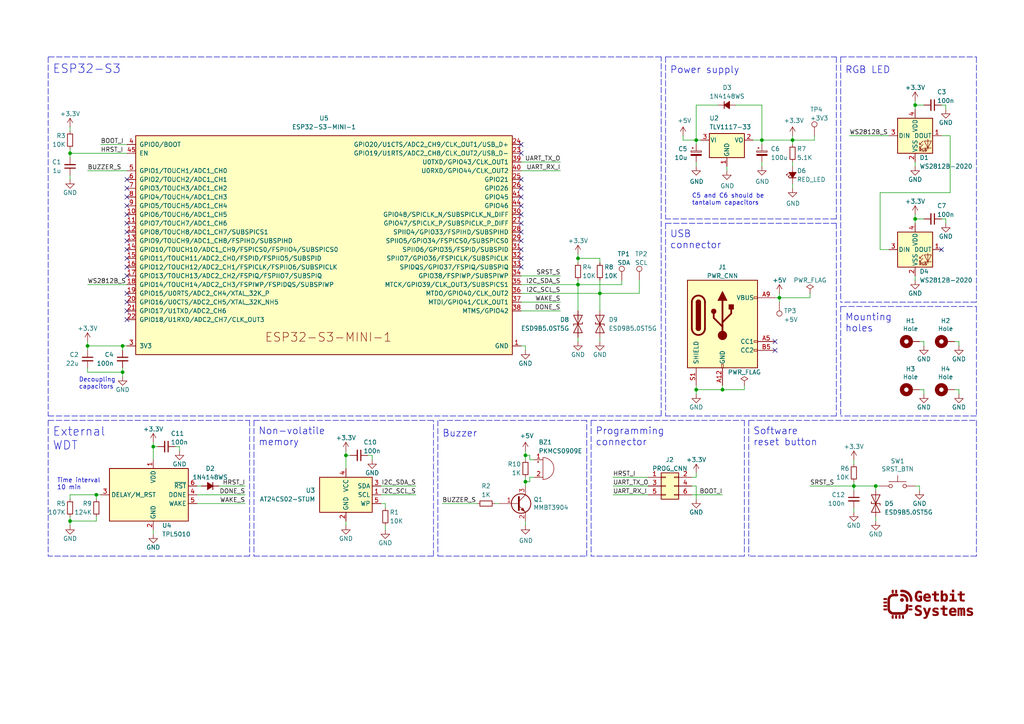
<source format=kicad_sch>
(kicad_sch (version 20211123) (generator eeschema)
  (paper "A4")
  (title_block (title "NearFi") (date "2023-06-11") (rev "D") (comment 2 "License: MIT license") (comment 3 "email: getbitsystems@gmail.com") (comment 4 "Designer: Mauricio Barroso Benavides"))
  (junction (at 152.4 139.7))
  (junction (at 44.45 129.54))
  (junction (at 152.4 132.08))
  (junction (at 229.87 40.64))
  (junction (at 209.55 113.03))
  (junction (at 201.93 40.64))
  (junction (at 201.93 113.03))
  (junction (at 20.32 151.13))
  (junction (at 167.64 74.93))
  (junction (at 226.06 86.36))
  (junction (at 167.64 82.55))
  (junction (at 247.65 140.97))
  (junction (at 35.56 107.95))
  (junction (at 265.43 30.48))
  (junction (at 25.4 100.33))
  (junction (at 100.33 132.08))
  (junction (at 20.32 44.45))
  (junction (at 35.56 100.33))
  (junction (at 173.99 85.09))
  (junction (at 27.94 143.51))
  (junction (at 220.98 40.64))
  (junction (at 254 140.97))
  (junction (at 265.43 63.5))
  (no_connect (at 36.83 64.77))
  (no_connect (at 36.83 62.23))
  (no_connect (at 36.83 52.07))
  (no_connect (at 151.13 69.85))
  (no_connect (at 36.83 67.31))
  (no_connect (at 151.13 62.23))
  (no_connect (at 224.79 99.06))
  (no_connect (at 36.83 54.61))
  (no_connect (at 151.13 77.47))
  (no_connect (at 151.13 64.77))
  (no_connect (at 36.83 80.01))
  (no_connect (at 151.13 57.15))
  (no_connect (at 36.83 77.47))
  (no_connect (at 151.13 41.91))
  (no_connect (at 36.83 57.15))
  (no_connect (at 36.83 69.85))
  (no_connect (at 273.05 72.39))
  (no_connect (at 36.83 72.39))
  (no_connect (at 36.83 90.17))
  (no_connect (at 36.83 74.93))
  (no_connect (at 224.79 101.6))
  (no_connect (at 36.83 85.09))
  (no_connect (at 151.13 54.61))
  (no_connect (at 151.13 52.07))
  (no_connect (at 151.13 74.93))
  (no_connect (at 36.83 87.63))
  (no_connect (at 36.83 59.69))
  (no_connect (at 151.13 44.45))
  (no_connect (at 151.13 59.69))
  (no_connect (at 151.13 67.31))
  (no_connect (at 36.83 92.71))
  (no_connect (at 151.13 72.39))
  (polyline (pts (xy 283.21 120.65) (xy 243.84 120.65)))
  (polyline (pts (xy 217.17 121.92) (xy 217.17 161.29)))
  (wire (pts (xy 229.87 53.34) (xy 229.87 54.61)))
  (wire (pts (xy 151.13 80.01) (xy 162.56 80.01)))
  (wire (pts (xy 151.13 85.09) (xy 173.99 85.09)))
  (wire (pts (xy 229.87 46.99) (xy 229.87 48.26)))
  (wire (pts (xy 25.4 107.95) (xy 25.4 106.68)))
  (wire (pts (xy 278.13 113.03) (xy 276.86 113.03)))
  (wire (pts (xy 153.67 138.43) (xy 153.67 139.7)))
  (wire (pts (xy 236.22 39.37) (xy 236.22 40.64)))
  (wire (pts (xy 106.68 132.08) (xy 107.95 132.08)))
  (wire (pts (xy 247.65 139.7) (xy 247.65 140.97)))
  (polyline (pts (xy 127 161.29) (xy 170.18 161.29)) (stroke (width 0) (type dash)))
  (wire (pts (xy 25.4 82.55) (xy 36.83 82.55)))
  (wire (pts (xy 173.99 74.93) (xy 173.99 76.2)))
  (wire (pts (xy 44.45 129.54) (xy 45.72 129.54)))
  (polyline (pts (xy 73.66 161.29) (xy 125.73 161.29)))
  (polyline (pts (xy 242.57 63.5) (xy 193.04 63.5)))
  (polyline (pts (xy 217.17 121.92) (xy 283.21 121.92)))
  (wire (pts (xy 236.22 40.64) (xy 229.87 40.64)))
  (wire (pts (xy 25.4 100.33) (xy 35.56 100.33)))
  (wire (pts (xy 265.43 30.48) (xy 267.97 30.48)))
  (wire (pts (xy 247.65 140.97) (xy 254 140.97)))
  (wire (pts (xy 151.13 49.53) (xy 162.56 49.53)))
  (wire (pts (xy 201.93 138.43) (xy 200.66 138.43)))
  (wire (pts (xy 255.27 55.88) (xy 275.59 55.88)))
  (wire (pts (xy 27.94 151.13) (xy 20.32 151.13)))
  (wire (pts (xy 200.66 140.97) (xy 201.93 140.97)))
  (wire (pts (xy 265.43 63.5) (xy 265.43 64.77)))
  (wire (pts (xy 185.42 81.28) (xy 185.42 85.09)))
  (wire (pts (xy 20.32 44.45) (xy 36.83 44.45)))
  (polyline (pts (xy 171.45 121.92) (xy 171.45 161.29)))
  (polyline (pts (xy 193.04 64.77) (xy 193.04 120.65)))
  (wire (pts (xy 27.94 143.51) (xy 27.94 144.78)))
  (polyline (pts (xy 170.18 161.29) (xy 170.18 121.92)))
  (wire (pts (xy 44.45 128.27) (xy 44.45 129.54)))
  (wire (pts (xy 265.43 48.26) (xy 265.43 46.99)))
  (wire (pts (xy 35.56 107.95) (xy 35.56 109.22)))
  (wire (pts (xy 167.64 74.93) (xy 173.99 74.93)))
  (polyline (pts (xy 191.77 120.65) (xy 191.77 16.51)))
  (wire (pts (xy 266.7 140.97) (xy 266.7 142.24)))
  (wire (pts (xy 153.67 132.08) (xy 152.4 132.08)))
  (polyline (pts (xy 215.9 161.29) (xy 171.45 161.29)))
  (wire (pts (xy 107.95 132.08) (xy 107.95 133.35)))
  (polyline (pts (xy 242.57 64.77) (xy 242.57 120.65)))
  (wire (pts (xy 226.06 85.09) (xy 226.06 86.36)))
  (wire (pts (xy 220.98 40.64) (xy 220.98 41.91)))
  (wire (pts (xy 213.36 30.48) (xy 220.98 30.48)))
  (polyline (pts (xy 243.84 16.51) (xy 243.84 87.63)))
  (wire (pts (xy 152.4 139.7) (xy 152.4 140.97)))
  (polyline (pts (xy 191.77 16.51) (xy 13.97 16.51)))
  (wire (pts (xy 201.93 140.97) (xy 201.93 144.78)))
  (wire (pts (xy 167.64 73.66) (xy 167.64 74.93)))
  (wire (pts (xy 152.4 152.4) (xy 152.4 151.13)))
  (wire (pts (xy 254 140.97) (xy 254 142.24)))
  (wire (pts (xy 152.4 130.81) (xy 152.4 132.08)))
  (wire (pts (xy 208.28 30.48) (xy 201.93 30.48)))
  (polyline (pts (xy 283.21 121.92) (xy 283.21 161.29)))
  (wire (pts (xy 201.93 48.26) (xy 201.93 46.99)))
  (polyline (pts (xy 243.84 88.9) (xy 243.84 120.65)))
  (wire (pts (xy 226.06 86.36) (xy 234.95 86.36)))
  (wire (pts (xy 20.32 143.51) (xy 27.94 143.51)))
  (wire (pts (xy 201.93 40.64) (xy 203.2 40.64)))
  (wire (pts (xy 247.65 147.32) (xy 247.65 148.59)))
  (polyline (pts (xy 13.97 121.92) (xy 72.39 121.92)))
  (wire (pts (xy 209.55 111.76) (xy 209.55 113.03)))
  (wire (pts (xy 173.99 97.79) (xy 173.99 99.06)))
  (wire (pts (xy 185.42 85.09) (xy 173.99 85.09)))
  (wire (pts (xy 152.4 100.33) (xy 152.4 101.6)))
  (wire (pts (xy 278.13 99.06) (xy 278.13 100.33)))
  (wire (pts (xy 220.98 40.64) (xy 229.87 40.64)))
  (wire (pts (xy 220.98 48.26) (xy 220.98 46.99)))
  (wire (pts (xy 20.32 44.45) (xy 20.32 45.72)))
  (wire (pts (xy 257.81 72.39) (xy 255.27 72.39)))
  (wire (pts (xy 254 140.97) (xy 255.27 140.97)))
  (wire (pts (xy 226.06 86.36) (xy 226.06 87.63)))
  (wire (pts (xy 52.07 129.54) (xy 52.07 130.81)))
  (wire (pts (xy 229.87 40.64) (xy 229.87 41.91)))
  (wire (pts (xy 154.94 133.35) (xy 153.67 133.35)))
  (wire (pts (xy 226.06 86.36) (xy 224.79 86.36)))
  (wire (pts (xy 167.64 76.2) (xy 167.64 74.93)))
  (polyline (pts (xy 73.66 121.92) (xy 73.66 161.29)))
  (wire (pts (xy 209.55 113.03) (xy 215.9 113.03)))
  (wire (pts (xy 100.33 130.81) (xy 100.33 132.08)))
  (wire (pts (xy 57.15 143.51) (xy 71.12 143.51)))
  (wire (pts (xy 151.13 82.55) (xy 167.64 82.55)))
  (wire (pts (xy 234.95 86.36) (xy 234.95 85.09)))
  (wire (pts (xy 267.97 113.03) (xy 267.97 114.3)))
  (polyline (pts (xy 215.9 121.92) (xy 215.9 161.29)))
  (wire (pts (xy 278.13 114.3) (xy 278.13 113.03)))
  (wire (pts (xy 50.8 129.54) (xy 52.07 129.54)))
  (wire (pts (xy 35.56 106.68) (xy 35.56 107.95)))
  (wire (pts (xy 177.8 140.97) (xy 187.96 140.97)))
  (polyline (pts (xy 125.73 161.29) (xy 125.73 121.92)))
  (wire (pts (xy 154.94 138.43) (xy 153.67 138.43)))
  (wire (pts (xy 267.97 99.06) (xy 267.97 100.33)))
  (wire (pts (xy 201.93 30.48) (xy 201.93 40.64)))
  (wire (pts (xy 63.5 140.97) (xy 71.12 140.97)))
  (wire (pts (xy 265.43 63.5) (xy 267.97 63.5)))
  (wire (pts (xy 44.45 129.54) (xy 44.45 133.35)))
  (polyline (pts (xy 171.45 121.92) (xy 215.9 121.92)))
  (wire (pts (xy 177.8 138.43) (xy 187.96 138.43)))
  (wire (pts (xy 266.7 140.97) (xy 265.43 140.97)))
  (wire (pts (xy 201.93 40.64) (xy 198.12 40.64)))
  (polyline (pts (xy 13.97 16.51) (xy 13.97 120.65)))
  (wire (pts (xy 201.93 40.64) (xy 201.93 41.91)))
  (wire (pts (xy 27.94 143.51) (xy 29.21 143.51)))
  (polyline (pts (xy 283.21 88.9) (xy 283.21 120.65)))
  (wire (pts (xy 20.32 144.78) (xy 20.32 143.51)))
  (polyline (pts (xy 193.04 16.51) (xy 193.04 63.5)))
  (wire (pts (xy 200.66 143.51) (xy 209.55 143.51)))
  (wire (pts (xy 275.59 55.88) (xy 275.59 39.37)))
  (wire (pts (xy 173.99 85.09) (xy 173.99 90.17)))
  (polyline (pts (xy 13.97 121.92) (xy 13.97 161.29)))
  (wire (pts (xy 201.93 113.03) (xy 201.93 114.3)))
  (wire (pts (xy 20.32 149.86) (xy 20.32 151.13)))
  (wire (pts (xy 215.9 111.76) (xy 215.9 113.03)))
  (wire (pts (xy 201.93 137.16) (xy 201.93 138.43)))
  (wire (pts (xy 20.32 151.13) (xy 20.32 152.4)))
  (wire (pts (xy 266.7 113.03) (xy 267.97 113.03)))
  (polyline (pts (xy 283.21 16.51) (xy 283.21 87.63)))
  (wire (pts (xy 100.33 132.08) (xy 101.6 132.08)))
  (wire (pts (xy 57.15 140.97) (xy 58.42 140.97)))
  (wire (pts (xy 110.49 143.51) (xy 120.65 143.51)))
  (wire (pts (xy 273.05 30.48) (xy 274.32 30.48)))
  (wire (pts (xy 246.38 39.37) (xy 257.81 39.37)))
  (wire (pts (xy 25.4 101.6) (xy 25.4 100.33)))
  (wire (pts (xy 254 149.86) (xy 254 151.13)))
  (polyline (pts (xy 170.18 121.92) (xy 127 121.92)))
  (wire (pts (xy 100.33 151.13) (xy 100.33 152.4)))
  (wire (pts (xy 111.76 146.05) (xy 111.76 147.32)))
  (wire (pts (xy 20.32 43.18) (xy 20.32 44.45)))
  (wire (pts (xy 143.51 146.05) (xy 144.78 146.05)))
  (wire (pts (xy 218.44 40.64) (xy 220.98 40.64)))
  (wire (pts (xy 100.33 132.08) (xy 100.33 135.89)))
  (wire (pts (xy 275.59 39.37) (xy 273.05 39.37)))
  (wire (pts (xy 20.32 36.83) (xy 20.32 38.1)))
  (polyline (pts (xy 193.04 16.51) (xy 242.57 16.51)))
  (polyline (pts (xy 73.66 121.92) (xy 125.73 121.92)))
  (wire (pts (xy 167.64 97.79) (xy 167.64 99.06)))
  (polyline (pts (xy 243.84 88.9) (xy 283.21 88.9)))
  (wire (pts (xy 151.13 87.63) (xy 162.56 87.63)))
  (wire (pts (xy 247.65 133.35) (xy 247.65 134.62)))
  (wire (pts (xy 229.87 40.64) (xy 229.87 39.37)))
  (wire (pts (xy 36.83 41.91) (xy 29.21 41.91)))
  (wire (pts (xy 265.43 30.48) (xy 265.43 31.75)))
  (wire (pts (xy 152.4 132.08) (xy 152.4 133.35)))
  (wire (pts (xy 35.56 100.33) (xy 36.83 100.33)))
  (wire (pts (xy 167.64 81.28) (xy 167.64 82.55)))
  (polyline (pts (xy 127 121.92) (xy 127 161.29)) (stroke (width 0) (type dash)))
  (wire (pts (xy 167.64 82.55) (xy 167.64 90.17)))
  (wire (pts (xy 152.4 138.43) (xy 152.4 139.7)))
  (polyline (pts (xy 242.57 120.65) (xy 193.04 120.65)))
  (wire (pts (xy 180.34 81.28) (xy 180.34 82.55)))
  (polyline (pts (xy 283.21 161.29) (xy 217.17 161.29)))
  (wire (pts (xy 180.34 82.55) (xy 167.64 82.55)))
  (wire (pts (xy 220.98 30.48) (xy 220.98 40.64)))
  (wire (pts (xy 276.86 99.06) (xy 278.13 99.06)))
  (wire (pts (xy 201.93 113.03) (xy 209.55 113.03)))
  (polyline (pts (xy 193.04 64.77) (xy 242.57 64.77)))
  (wire (pts (xy 234.95 140.97) (xy 247.65 140.97)))
  (wire (pts (xy 153.67 133.35) (xy 153.67 132.08)))
  (wire (pts (xy 110.49 140.97) (xy 120.65 140.97)))
  (wire (pts (xy 110.49 146.05) (xy 111.76 146.05)))
  (wire (pts (xy 111.76 152.4) (xy 111.76 153.67)))
  (polyline (pts (xy 283.21 87.63) (xy 243.84 87.63)))
  (wire (pts (xy 44.45 153.67) (xy 44.45 154.94)))
  (wire (pts (xy 266.7 99.06) (xy 267.97 99.06)))
  (polyline (pts (xy 13.97 120.65) (xy 191.77 120.65)))
  (wire (pts (xy 274.32 30.48) (xy 274.32 31.75)))
  (wire (pts (xy 153.67 139.7) (xy 152.4 139.7)))
  (wire (pts (xy 25.4 107.95) (xy 35.56 107.95)))
  (wire (pts (xy 210.82 49.53) (xy 210.82 48.26)))
  (wire (pts (xy 198.12 40.64) (xy 198.12 39.37)))
  (wire (pts (xy 265.43 29.21) (xy 265.43 30.48)))
  (wire (pts (xy 265.43 62.23) (xy 265.43 63.5)))
  (wire (pts (xy 151.13 46.99) (xy 162.56 46.99)))
  (wire (pts (xy 274.32 63.5) (xy 274.32 64.77)))
  (wire (pts (xy 265.43 81.28) (xy 265.43 80.01)))
  (polyline (pts (xy 72.39 121.92) (xy 72.39 161.29)))
  (polyline (pts (xy 243.84 16.51) (xy 283.21 16.51)))
  (wire (pts (xy 35.56 101.6) (xy 35.56 100.33)))
  (wire (pts (xy 273.05 63.5) (xy 274.32 63.5)))
  (wire (pts (xy 201.93 111.76) (xy 201.93 113.03)))
  (wire (pts (xy 247.65 140.97) (xy 247.65 142.24)))
  (wire (pts (xy 151.13 90.17) (xy 162.56 90.17)))
  (polyline (pts (xy 72.39 161.29) (xy 13.97 161.29)))
  (wire (pts (xy 173.99 81.28) (xy 173.99 85.09)))
  (wire (pts (xy 255.27 72.39) (xy 255.27 55.88)))
  (wire (pts (xy 57.15 146.05) (xy 71.12 146.05)))
  (wire (pts (xy 20.32 52.07) (xy 20.32 50.8)))
  (wire (pts (xy 151.13 100.33) (xy 152.4 100.33)))
  (wire (pts (xy 177.8 143.51) (xy 187.96 143.51)))
  (wire (pts (xy 25.4 99.06) (xy 25.4 100.33)))
  (wire (pts (xy 128.27 146.05) (xy 138.43 146.05)))
  (wire (pts (xy 27.94 149.86) (xy 27.94 151.13)))
  (wire (pts (xy 25.4 49.53) (xy 36.83 49.53)))
  (polyline (pts (xy 242.57 16.51) (xy 242.57 63.5)))
  (text "Buzzer\n" (at 128.27 127 0) (effects (font (size 2 2)) (justify left bottom)))
  (text "Decoupling\ncapacitors" (at 22.86 113.03 0) (effects (font (size 1.27 1.27)) (justify left bottom)))
  (text "ESP32-S3" (at 15.24 21.59 0) (effects (font (size 2.4892 2.4892)) (justify left bottom)))
  (text "RGB LED" (at 245.11 21.59 0) (effects (font (size 2 2)) (justify left bottom)))
  (text "Programming\nconnector" (at 172.72 129.54 0) (effects (font (size 2 2)) (justify left bottom)))
  (text "USB\nconnector" (at 194.31 72.39 0) (effects (font (size 2 2)) (justify left bottom)))
  (text "Non-volatile\nmemory" (at 74.93 129.54 0) (effects (font (size 2 2)) (justify left bottom)))
  (text "C5 and C6 should be\ntantalum capacitors" (at 200.66 59.69 0) (effects (font (size 1.27 1.27)) (justify left bottom)))
  (text "Mounting\nholes" (at 245.11 96.52 0) (effects (font (size 2 2)) (justify left bottom)))
  (text "Software\nreset button" (at 218.44 129.54 0) (effects (font (size 2 2)) (justify left bottom)))
  (text "Time interval\n10 min" (at 16.51 142.24 0) (effects (font (size 1.27 1.27)) (justify left bottom)))
  (text "External\nWDT" (at 15.24 130.81 0) (effects (font (size 2.4892 2.4892)) (justify left bottom)))
  (text "Power supply" (at 194.31 21.59 0) (effects (font (size 2 2)) (justify left bottom)))
  (label "WS2812B_S" (at 25.4 82.55 0))
  (label "UART_TX_O" (at 162.56 46.99 180))
  (label "I2C_SCL_S" (at 162.56 85.09 180))
  (label "I2C_SCL_S" (at 120.65 143.51 180))
  (label "WS2812B_S" (at 246.38 39.37 0))
  (label "WAKE_S" (at 162.56 87.63 180))
  (label "BOOT_I" (at 209.55 143.51 180))
  (label "DONE_S" (at 162.56 90.17 180))
  (label "UART_RX_I" (at 162.56 49.53 180))
  (label "BUZZER_S" (at 25.4 49.53 0))
  (label "HRST_I" (at 177.8 138.43 0))
  (label "I2C_SDA_S" (at 162.56 82.55 180))
  (label "WAKE_S" (at 71.12 146.05 180))
  (label "UART_RX_I" (at 177.8 143.51 0))
  (label "BUZZER_S" (at 128.27 146.05 0))
  (label "HRST_I" (at 29.21 44.45 0))
  (label "BOOT_I" (at 29.21 41.91 0))
  (label "DONE_S" (at 71.12 143.51 180))
  (label "SRST_S" (at 162.56 80.01 180))
  (label "UART_TX_O" (at 177.8 140.97 0))
  (label "I2C_SDA_S" (at 120.65 140.97 180))
  (label "SRST_S" (at 234.95 140.97 0))
  (label "HRST_I" (at 71.12 140.97 180))
  (symbol (lib_id "power:GND") (at 210.82 49.53 0) (unit 1)
    (property "Reference" "#PWR020" (effects hide))
    (property "Value" "GND" (at 210.947 53.9242 0))
  )
  (symbol (lib_id "power:GND") (at 201.93 48.26 0) (unit 1)
    (property "Reference" "#PWR018" (effects hide))
    (property "Value" "GND" (at 202.057 52.6542 0))
  )
  (symbol (lib_id "power:GND") (at 220.98 48.26 0) (unit 1)
    (property "Reference" "#PWR021" (effects hide))
    (property "Value" "GND" (at 221.107 52.6542 0))
  )
  (symbol (lib_id "power:+5V") (at 198.12 39.37 0) (unit 1)
    (property "Reference" "#PWR017" (effects hide))
    (property "Value" "+5V" (at 198.501 34.9758 0))
  )
  (symbol (lib_id "power:+3.3V") (at 229.87 39.37 0) (unit 1)
    (property "Reference" "#PWR024" (effects hide))
    (property "Value" "+3.3V" (at 230.251 34.9758 0))
  )
  (symbol (lib_id "power:+3.3V") (at 265.43 29.21 0) (unit 1)
    (property "Reference" "#PWR01" (effects hide))
    (property "Value" "+3.3V" (at 265.43 25.4 0))
  )
  (symbol (lib_id "Switch:SW_Push") (at 260.35 140.97 0) (mirror y) (unit 1)
    (property "Reference" "SW1" (at 260.35 133.731 0))
    (property "Value" "SRST_BTN" (at 260.35 136.0424 0))
    (property "Footprint" "Button_Switch_THT:SW_Tactile_SPST_Angled_PTS645Vx39-2LFS" (effects hide))
    (property "Datasheet" "https://datasheet.lcsc.com/lcsc/2108142030_HCTL-TC-6615-5-260G_C2845270.pdf" (effects hide))
    (property "LCSC" "C2845270" (effects hide))
    (property "Check" "y" (effects hide))
  )
  (symbol (lib_id "Mechanical:MountingHole_Pad") (at 274.32 113.03 90) (unit 1)
    (property "Reference" "H4" (at 274.2438 107.0102 90))
    (property "Value" "Hole" (at 274.2438 109.3216 90))
    (property "Footprint" "MountingHole:MountingHole_3.2mm_M3_Pad_Via" (effects hide))
    (property "Check" "y" (effects hide))
  )
  (symbol (lib_id "Mechanical:MountingHole_Pad") (at 264.16 113.03 90) (unit 1)
    (property "Reference" "H3" (at 264.0838 107.0102 90))
    (property "Value" "Hole" (at 264.0838 109.3216 90))
    (property "Footprint" "MountingHole:MountingHole_3.2mm_M3_Pad_Via" (effects hide))
    (property "Check" "y" (effects hide))
  )
  (symbol (lib_id "Mechanical:MountingHole_Pad") (at 274.32 99.06 90) (unit 1)
    (property "Reference" "H2" (at 274.2438 93.0402 90))
    (property "Value" "Hole" (at 274.2438 95.3516 90))
    (property "Footprint" "MountingHole:MountingHole_3.2mm_M3_Pad_Via" (effects hide))
    (property "Check" "y" (effects hide))
  )
  (symbol (lib_id "Mechanical:MountingHole_Pad") (at 264.16 99.06 90) (unit 1)
    (property "Reference" "H1" (at 264.0838 93.0402 90))
    (property "Value" "Hole" (at 264.0838 95.3516 90))
    (property "Footprint" "MountingHole:MountingHole_3.2mm_M3_Pad_Via" (effects hide))
    (property "Check" "y" (effects hide))
  )
  (symbol (lib_id "power:GND") (at 278.13 114.3 0) (unit 1)
    (property "Reference" "#PWR026" (effects hide))
    (property "Value" "GND" (at 278.13 118.11 0))
  )
  (symbol (lib_id "Regulator_Linear:TLV1117-33") (at 210.82 40.64 0) (unit 1)
    (property "Reference" "U2" (at 205.74 34.29 0) (effects (justify left)))
    (property "Value" "TLV1117-33" (at 205.74 36.83 0) (effects (justify left)))
    (property "Footprint" "Package_TO_SOT_SMD:SOT-223-3_TabPin2" (effects hide))
    (property "Datasheet" "http://www.ti.com/lit/ds/symlink/tlv1117.pdf" (effects hide))
    (property "LCSC" "C37359" (effects hide))
    (property "Check" "y" (effects hide))
  )
  (symbol (lib_id "Transistor_BJT:MMBT3904") (at 149.86 146.05 0) (unit 1)
    (property "Reference" "Q1" (at 154.7114 144.8816 0) (effects (justify left)))
    (property "Value" "MMBT3904" (at 154.7114 147.193 0) (effects (justify left)))
    (property "Footprint" "Package_TO_SOT_SMD:SOT-23" (effects hide))
    (property "Datasheet" "https://datasheet.lcsc.com/lcsc/2207041900_Jiangsu-Changjing-Electronics-Technology-Co---Ltd--MMBT3904_C20526.pdf" (effects hide))
    (property "LCSC" "C20526" (effects hide))
    (property "Check" "y" (effects hide))
  )
  (symbol (lib_id "power:GND") (at 152.4 152.4 0) (unit 1)
    (property "Reference" "#PWR04" (effects hide))
    (property "Value" "GND" (at 152.527 156.7942 0))
  )
  (symbol (lib_id "power:GND") (at 265.43 48.26 0) (unit 1)
    (property "Reference" "#PWR02" (effects hide))
    (property "Value" "GND" (at 265.43 52.07 0))
  )
  (symbol (lib_id "power:GND") (at 229.87 54.61 0) (unit 1)
    (property "Reference" "#PWR025" (effects hide))
    (property "Value" "GND" (at 229.997 59.0042 0))
  )
  (symbol (lib_id "power:GND") (at 266.7 142.24 0) (mirror y) (unit 1)
    (property "Reference" "#PWR023" (effects hide))
    (property "Value" "GND" (at 266.7 146.05 0))
  )
  (symbol (lib_id "Connector_Generic:Conn_02x03_Odd_Even") (at 193.04 140.97 0) (unit 1)
    (property "Reference" "J2" (at 193.04 133.35 0) (effects (justify left)))
    (property "Value" "PROG_CNN" (at 194.31 135.89 0))
    (property "Footprint" "Connector_PinHeader_1.27mm:PinHeader_2x03_P1.27mm_Vertical_SMD" (effects hide))
    (property "Datasheet" "https://datasheet.lcsc.com/lcsc/2207111830_HCTL-PZ127-2-03-S_C3975186.pdf" (effects hide))
    (property "LCSC" "C3975186" (effects hide))
    (property "Check" "y" (effects hide))
  )
  (symbol (lib_id "power:+3.3V") (at 44.45 128.27 0) (unit 1)
    (property "Reference" "#PWR0121" (effects hide))
    (property "Value" "+3.3V" (at 44.45 124.46 0))
  )
  (symbol (lib_id "power:GND") (at 167.64 99.06 0) (unit 1)
    (property "Reference" "#PWR0130" (effects hide))
    (property "Value" "GND" (at 167.64 102.87 0))
  )
  (symbol (lib_id "power:GND") (at 274.32 64.77 0) (unit 1)
    (property "Reference" "#PWR0128" (effects hide))
    (property "Value" "GND" (at 274.32 68.58 0))
  )
  (symbol (lib_id "Diode:ESD9B5.0ST5G") (at 254 146.05 270) (unit 1)
    (property "Reference" "D5" (at 256.54 146.05 90) (effects (justify left)))
    (property "Value" "ESD9B5.0ST5G" (at 256.54 148.59 90) (effects (justify left)))
    (property "Footprint" "Diode_SMD:D_SOD-923" (effects hide))
    (property "Datasheet" "https://www.onsemi.com/pub/Collateral/ESD9B-D.PDF" (effects hide))
    (property "Check" "y" (effects hide))
    (property "LCSC" "C111566" (effects hide))
  )
  (symbol (lib_id "Device:C_Small") (at 25.4 104.14 0) (mirror y) (unit 1)
    (property "Reference" "C2" (at 22.86 102.87 0) (effects (justify left)))
    (property "Value" "22u" (at 22.86 105.41 0) (effects (justify left)))
    (property "Footprint" "Capacitor_SMD:C_0603_1608Metric" (effects hide))
    (property "Datasheet" "https://datasheet.lcsc.com/lcsc/1811151138_Samsung-Electro-Mechanics-CL10A226MQ8NRNC_C59461.pdf" (effects hide))
    (property "LCSC" "C59461" (effects hide))
    (property "Check" "y" (effects hide))
  )
  (symbol (lib_id "power:GND") (at 267.97 100.33 0) (unit 1)
    (property "Reference" "#PWR0124" (effects hide))
    (property "Value" "GND" (at 267.97 104.14 0))
  )
  (symbol (lib_id "Connector:TestPoint") (at 180.34 81.28 0) (unit 1)
    (property "Reference" "TP1" (at 179.07 73.66 0) (effects (justify left)))
    (property "Value" "SDA" (at 179.07 76.2 0) (effects (justify left)))
    (property "Footprint" "TestPoint:TestPoint_Pad_D1.0mm" (effects hide))
  )
  (symbol (lib_id "Device:R_Small") (at 247.65 137.16 0) (mirror y) (unit 1)
    (property "Reference" "R6" (at 246.38 135.89 0) (effects (justify left)))
    (property "Value" "10K" (at 246.38 138.43 0) (effects (justify left)))
    (property "Footprint" "Resistor_SMD:R_0603_1608Metric" (effects hide))
    (property "Datasheet" "https://datasheet.lcsc.com/lcsc/2206010045_UNI-ROYAL-Uniroyal-Elec-0603WAF1002T5E_C25804.pdf" (effects hide))
    (property "LCSC" "C25804" (effects hide))
    (property "Check" "y" (effects hide))
  )
  (symbol (lib_id "Device:R_Small") (at 167.64 78.74 0) (unit 1)
    (property "Reference" "R4" (at 168.91 77.47 0) (effects (justify left)))
    (property "Value" "10K" (at 168.91 80.01 0) (effects (justify left)))
    (property "Footprint" "Resistor_SMD:R_0603_1608Metric" (effects hide))
    (property "Datasheet" "https://datasheet.lcsc.com/lcsc/2206010045_UNI-ROYAL-Uniroyal-Elec-0603WAF1002T5E_C25804.pdf" (effects hide))
    (property "LCSC" "C25804" (effects hide))
    (property "Check" "y" (effects hide))
  )
  (symbol (lib_id "Device:R_Small") (at 173.99 78.74 0) (unit 1)
    (property "Reference" "R8" (at 175.26 77.47 0) (effects (justify left)))
    (property "Value" "10K" (at 175.26 80.01 0) (effects (justify left)))
    (property "Footprint" "Resistor_SMD:R_0603_1608Metric" (effects hide))
    (property "Datasheet" "https://datasheet.lcsc.com/lcsc/2206010045_UNI-ROYAL-Uniroyal-Elec-0603WAF1002T5E_C25804.pdf" (effects hide))
    (property "LCSC" "C25804" (effects hide))
    (property "Check" "y" (effects hide))
  )
  (symbol (lib_id "power:+3.3V") (at 20.32 36.83 0) (unit 1)
    (property "Reference" "#PWR0113" (effects hide))
    (property "Value" "+3.3V" (at 20.32 33.02 0))
  )
  (symbol (lib_id "Diode:ESD9B5.0ST5G") (at 167.64 93.98 90) (mirror x) (unit 1)
    (property "Reference" "D8" (at 165.1 92.7099 90) (effects (justify left)))
    (property "Value" "ESD9B5.0ST5G" (at 165.1 95.25 90) (effects (justify left)))
    (property "Footprint" "Diode_SMD:D_SOD-923" (effects hide))
    (property "Datasheet" "https://www.onsemi.com/pub/Collateral/ESD9B-D.PDF" (effects hide))
    (property "Check" "y" (effects hide))
    (property "LCSC" "C111566" (effects hide))
  )
  (symbol (lib_id "power:GND") (at 254 151.13 0) (mirror y) (unit 1)
    (property "Reference" "#PWR0131" (effects hide))
    (property "Value" "GND" (at 254 154.94 0))
  )
  (symbol (lib_id "power:GND") (at 20.32 152.4 0) (unit 1)
    (property "Reference" "#PWR0120" (effects hide))
    (property "Value" "GND" (at 20.32 156.21 0))
  )
  (symbol (lib_id "getbitsystems:LOGO") (at 269.24 175.26 0) (unit 1)
    (property "Reference" "#G1" (effects hide))
    (property "Value" "LOGO" (effects hide))
  )
  (symbol (lib_id "power:+3.3V") (at 167.64 73.66 0) (unit 1)
    (property "Reference" "#PWR0115" (effects hide))
    (property "Value" "+3.3V" (at 167.64 69.85 0))
  )
  (symbol (lib_id "Connector:TestPoint") (at 236.22 39.37 0) (unit 1)
    (property "Reference" "TP4" (at 234.95 31.75 0) (effects (justify left)))
    (property "Value" "+3V3" (at 234.95 34.29 0) (effects (justify left)))
    (property "Footprint" "TestPoint:TestPoint_Pad_D1.0mm" (effects hide))
  )
  (symbol (lib_id "Memory_EEPROM:AT24CS02-STUM") (at 100.33 143.51 0) (unit 1)
    (property "Reference" "U3" (at 91.44 142.2399 0) (effects (justify right)))
    (property "Value" "AT24CS02-STUM" (at 91.44 144.7799 0) (effects (justify right)))
    (property "Footprint" "Package_TO_SOT_SMD:SOT-23-5" (effects hide))
    (property "Datasheet" "http://ww1.microchip.com/downloads/en/DeviceDoc/Atmel-8815-SEEPROM-AT24CS01-02-Datasheet.pdf" (effects hide))
    (property "LCSC" "C2060969" (effects hide))
    (property "Check" "y" (effects hide))
  )
  (symbol (lib_id "power:GND") (at 247.65 148.59 0) (mirror y) (unit 1)
    (property "Reference" "#PWR0119" (effects hide))
    (property "Value" "GND" (at 247.65 152.4 0))
  )
  (symbol (lib_id "Diode:ESD9B5.0ST5G") (at 173.99 93.98 90) (unit 1)
    (property "Reference" "D9" (at 176.53 92.7099 90) (effects (justify right)))
    (property "Value" "ESD9B5.0ST5G" (at 176.53 95.25 90) (effects (justify right)))
    (property "Footprint" "Diode_SMD:D_SOD-923" (effects hide))
    (property "Datasheet" "https://www.onsemi.com/pub/Collateral/ESD9B-D.PDF" (effects hide))
    (property "Check" "y" (effects hide))
    (property "LCSC" "C111566" (effects hide))
  )
  (symbol (lib_id "Connector:TestPoint") (at 226.06 87.63 180) (unit 1)
    (property "Reference" "TP3" (at 227.33 90.17 0) (effects (justify right)))
    (property "Value" "+5V" (at 227.33 92.71 0) (effects (justify right)))
    (property "Footprint" "TestPoint:TestPoint_Pad_D1.0mm" (effects hide))
  )
  (symbol (lib_id "Device:Buzzer") (at 157.48 135.89 0) (unit 1)
    (property "Reference" "BZ1" (at 156.21 128.27 0) (effects (justify left)))
    (property "Value" "PKMCS0909E" (at 156.21 130.81 0) (effects (justify left)))
    (property "Footprint" "Buzzer_Beeper:Buzzer_Murata_PKMCS0909E" (effects hide))
    (property "Datasheet" "https://jlcpcb.com/parts/componentSearch?searchTxt=PKMCS0909E4000" (effects hide))
    (property "LCSC" "C910763" (effects hide))
  )
  (symbol (lib_id "Device:R_Small") (at 20.32 40.64 0) (mirror y) (unit 1)
    (property "Reference" "R3" (at 19.05 39.37 0) (effects (justify left)))
    (property "Value" "10K" (at 19.05 41.91 0) (effects (justify left)))
    (property "Footprint" "Resistor_SMD:R_0603_1608Metric" (effects hide))
    (property "Datasheet" "https://datasheet.lcsc.com/lcsc/2206010045_UNI-ROYAL-Uniroyal-Elec-0603WAF1002T5E_C25804.pdf" (effects hide))
    (property "LCSC" "C25804" (effects hide))
    (property "Check" "y" (effects hide))
  )
  (symbol (lib_id "Device:D_Small_Filled") (at 60.96 140.97 0) (mirror y) (unit 1)
    (property "Reference" "D2" (at 60.96 135.89 0))
    (property "Value" "1N4148WS" (at 60.96 138.43 0))
    (property "Footprint" "Diode_SMD:D_SOD-323" (effects hide))
    (property "Datasheet" "https://datasheet.lcsc.com/lcsc/1810101110_Jiangsu-Changjing-Electronics-Technology-Co---Ltd--1N4148WS_C2128.pdf" (effects hide))
    (property "LCSC" "C2128" (effects hide))
    (property "Check" "y" (effects hide))
  )
  (symbol (lib_id "power:GND") (at 107.95 133.35 0) (unit 1)
    (property "Reference" "#PWR0104" (effects hide))
    (property "Value" "GND" (at 107.95 137.16 0))
  )
  (symbol (lib_id "power:GND") (at 111.76 153.67 0) (unit 1)
    (property "Reference" "#PWR0105" (effects hide))
    (property "Value" "GND" (at 111.76 157.48 0))
  )
  (symbol (lib_id "power:GND") (at 52.07 130.81 0) (unit 1)
    (property "Reference" "#PWR0122" (effects hide))
    (property "Value" "GND" (at 52.07 134.62 0))
  )
  (symbol (lib_id "Device:R_Small") (at 140.97 146.05 270) (mirror x) (unit 1)
    (property "Reference" "R2" (at 140.97 140.97 90))
    (property "Value" "1K" (at 140.97 143.51 90))
    (property "Footprint" "Resistor_SMD:R_0603_1608Metric" (effects hide))
    (property "Datasheet" "https://datasheet.lcsc.com/lcsc/2206010130_UNI-ROYAL-Uniroyal-Elec-0603WAF1001T5E_C21190.pdf" (effects hide))
    (property "LCSC" "C21190" (effects hide))
    (property "Check" "y" (effects hide))
  )
  (symbol (lib_id "power:GND") (at 44.45 154.94 0) (unit 1)
    (property "Reference" "#PWR0123" (effects hide))
    (property "Value" "GND" (at 44.45 158.75 0))
  )
  (symbol (lib_id "Device:C_Small") (at 35.56 104.14 0) (mirror y) (unit 1)
    (property "Reference" "C4" (at 33.02 102.87 0) (effects (justify left)))
    (property "Value" "100n" (at 33.02 105.41 0) (effects (justify left)))
    (property "Footprint" "Capacitor_SMD:C_0603_1608Metric" (effects hide))
    (property "Datasheet" "https://datasheet.lcsc.com/lcsc/2211101700_YAGEO-CC0603KRX7R9BB104_C14663.pdf" (effects hide))
    (property "LCSC" "C14663" (effects hide))
    (property "Check" "y" (effects hide))
  )
  (symbol (lib_id "power:GND") (at 173.99 99.06 0) (unit 1)
    (property "Reference" "#PWR0129" (effects hide))
    (property "Value" "GND" (at 173.99 102.87 0))
  )
  (symbol (lib_id "Timer:TPL5010") (at 44.45 143.51 0) (unit 1)
    (property "Reference" "U4" (at 46.99 152.4 0) (effects (justify left)))
    (property "Value" "TPL5010" (at 46.99 154.94 0) (effects (justify left)))
    (property "Footprint" "Package_TO_SOT_SMD:SOT-23-6" (effects hide))
    (property "Datasheet" "http://www.ti.com/lit/ds/symlink/tpl5010.pdf" (effects hide))
    (property "LCSC" "C473912" (effects hide))
    (property "Check" "y" (effects hide))
  )
  (symbol (lib_id "power:+3.3V") (at 100.33 130.81 0) (unit 1)
    (property "Reference" "#PWR0103" (effects hide))
    (property "Value" "+3.3V" (at 100.33 127 0))
  )
  (symbol (lib_id "Device:D_Small_Filled") (at 210.82 30.48 0) (mirror x) (unit 1)
    (property "Reference" "D3" (at 209.55 25.4 0) (effects (justify left)))
    (property "Value" "1N4148WS" (at 205.74 27.94 0) (effects (justify left)))
    (property "Footprint" "Diode_SMD:D_SOD-323" (effects hide))
    (property "Datasheet" "https://datasheet.lcsc.com/lcsc/1810101110_Jiangsu-Changjing-Electronics-Technology-Co---Ltd--1N4148WS_C2128.pdf" (effects hide))
    (property "LCSC" "C2128" (effects hide))
    (property "Check" "y" (effects hide))
  )
  (symbol (lib_id "power:GND") (at 201.93 144.78 0) (unit 1)
    (property "Reference" "#PWR0117" (effects hide))
    (property "Value" "GND" (at 201.93 148.59 0))
  )
  (symbol (lib_id "power:+5V") (at 152.4 130.81 0) (unit 1)
    (property "Reference" "#PWR0108" (effects hide))
    (property "Value" "+5V" (at 152.781 126.4158 0))
  )
  (symbol (lib_id "power:GND") (at 20.32 52.07 0) (unit 1)
    (property "Reference" "#PWR0106" (effects hide))
    (property "Value" "GND" (at 20.32 55.88 0))
  )
  (symbol (lib_id "power:PWR_FLAG") (at 234.95 85.09 0) (unit 1)
    (property "Reference" "#FLG0101" (effects hide))
    (property "Value" "PWR_FLAG" (at 234.95 81.28 0))
  )
  (symbol (lib_id "Device:LED_Small_Filled") (at 229.87 50.8 90) (unit 1)
    (property "Reference" "D6" (at 231.14 49.53 90) (effects (justify right)))
    (property "Value" "RED_LED" (at 231.14 52.07 90) (effects (justify right)))
    (property "Footprint" "LED_SMD:LED_0603_1608Metric" (effects hide))
    (property "Datasheet" "https://datasheet.lcsc.com/lcsc/1810231112_Hubei-KENTO-Elec-KT-0603R_C2286.pdf" (effects hide))
    (property "LCSC" "C2286" (effects hide))
    (property "Check" "y" (effects hide))
  )
  (symbol (lib_id "power:GND") (at 35.56 109.22 0) (unit 1)
    (property "Reference" "#PWR0112" (effects hide))
    (property "Value" "GND" (at 35.56 113.03 0))
  )
  (symbol (lib_id "Device:C_Small") (at 270.51 30.48 270) (unit 1)
    (property "Reference" "C3" (at 271.78 26.67 90) (effects (justify left)))
    (property "Value" "100n" (at 271.78 29.21 90) (effects (justify left)))
    (property "Footprint" "Capacitor_SMD:C_0603_1608Metric" (effects hide))
    (property "Datasheet" "https://datasheet.lcsc.com/lcsc/2211101700_YAGEO-CC0603KRX7R9BB104_C14663.pdf" (effects hide))
    (property "LCSC" "C14663" (effects hide))
    (property "Check" "y" (effects hide))
  )
  (symbol (lib_id "Connector:TestPoint") (at 185.42 81.28 0) (unit 1)
    (property "Reference" "TP2" (at 184.15 73.66 0) (effects (justify left)))
    (property "Value" "SCL" (at 184.15 76.2 0) (effects (justify left)))
    (property "Footprint" "TestPoint:TestPoint_Pad_D1.0mm" (effects hide))
  )
  (symbol (lib_id "Device:C_Small") (at 247.65 144.78 0) (mirror y) (unit 1)
    (property "Reference" "C12" (at 245.11 143.51 0) (effects (justify left)))
    (property "Value" "100n" (at 245.11 146.05 0) (effects (justify left)))
    (property "Footprint" "Capacitor_SMD:C_0603_1608Metric" (effects hide))
    (property "Datasheet" "https://datasheet.lcsc.com/lcsc/2211101700_YAGEO-CC0603KRX7R9BB104_C14663.pdf" (effects hide))
    (property "LCSC" "C14663" (effects hide))
    (property "Check" "y" (effects hide))
  )
  (symbol (lib_id "Device:C_Small") (at 104.14 132.08 270) (unit 1)
    (property "Reference" "C10" (at 105.41 128.27 90) (effects (justify left)))
    (property "Value" "100n" (at 105.41 130.81 90) (effects (justify left)))
    (property "Footprint" "Capacitor_SMD:C_0603_1608Metric" (effects hide))
    (property "Datasheet" "https://datasheet.lcsc.com/lcsc/2211101700_YAGEO-CC0603KRX7R9BB104_C14663.pdf" (effects hide))
    (property "LCSC" "C14663" (effects hide))
    (property "Check" "y" (effects hide))
  )
  (symbol (lib_id "power:+5V") (at 226.06 85.09 0) (unit 1)
    (property "Reference" "#PWR0101" (effects hide))
    (property "Value" "+5V" (at 226.06 81.28 0))
  )
  (symbol (lib_id "Misc:WS2812B-2020") (at 265.43 39.37 0) (unit 1)
    (property "Reference" "D1" (at 266.7 45.72 0) (effects (justify left)))
    (property "Value" "WS2812B-2020" (at 266.7 48.26 0) (effects (justify left)))
    (property "Footprint" "Misc:WS2812B-2020" (effects hide))
    (property "Datasheet" "https://datasheet.lcsc.com/lcsc/2012110135_Worldsemi-WS2812B-2020_C965555.pdf" (effects hide))
    (property "LCSC" "C965555" (effects hide))
    (property "Check" "y" (effects hide))
  )
  (symbol (lib_id "power:GND") (at 265.43 81.28 0) (unit 1)
    (property "Reference" "#PWR0107" (effects hide))
    (property "Value" "GND" (at 265.43 85.09 0))
  )
  (symbol (lib_id "Device:R_Small") (at 111.76 149.86 0) (unit 1)
    (property "Reference" "R1" (at 113.03 148.59 0) (effects (justify left)))
    (property "Value" "10K" (at 113.03 151.13 0) (effects (justify left)))
    (property "Footprint" "Resistor_SMD:R_0603_1608Metric" (effects hide))
    (property "Datasheet" "https://datasheet.lcsc.com/lcsc/2206010045_UNI-ROYAL-Uniroyal-Elec-0603WAF1002T5E_C25804.pdf" (effects hide))
    (property "LCSC" "C25804" (effects hide))
    (property "Check" "y" (effects hide))
  )
  (symbol (lib_id "Device:C_Polarized_Small") (at 220.98 44.45 0) (unit 1)
    (property "Reference" "C6" (at 223.52 43.18 0) (effects (justify left)))
    (property "Value" "100u" (at 223.52 45.72 0) (effects (justify left)))
    (property "Footprint" "Capacitor_Tantalum_SMD:CP_EIA-3528-21_Kemet-B_Pad1.50x2.35mm_HandSolder" (effects hide))
    (property "Datasheet" "https://datasheet.lcsc.com/lcsc/2111161030_Kyocera-AVX-TAJB107K006RNJ-_C16133.pdf" (effects hide))
    (property "LCSC" "C16133" (effects hide))
    (property "Check" "y" (effects hide))
  )
  (symbol (lib_id "Device:R_Small") (at 27.94 147.32 0) (mirror y) (unit 1)
    (property "Reference" "R9" (at 26.67 146.05 0) (effects (justify left)))
    (property "Value" "124K" (at 26.67 148.59 0) (effects (justify left)))
    (property "Footprint" "Resistor_SMD:R_0603_1608Metric" (effects hide))
    (property "Datasheet" "https://datasheet.lcsc.com/lcsc/2304140030_YAGEO-AC0603FR-07124KL_C227568.pdf" (effects hide))
    (property "LCSC" "C227568" (effects hide))
    (property "Check" "y" (effects hide))
  )
  (symbol (lib_id "Device:C_Small") (at 20.32 48.26 180) (unit 1)
    (property "Reference" "C1" (at 17.78 46.99 0) (effects (justify left)))
    (property "Value" "1u" (at 17.78 49.53 0) (effects (justify left)))
    (property "Footprint" "Capacitor_SMD:C_0603_1608Metric" (effects hide))
    (property "Datasheet" "https://datasheet.lcsc.com/lcsc/1810261812_Samsung-Electro-Mechanics-CL10A105KB8NNNC_C15849.pdf" (effects hide))
    (property "LCSC" "C15849" (effects hide))
    (property "Check" "y" (effects hide))
  )
  (symbol (lib_id "power:PWR_FLAG") (at 215.9 111.76 0) (unit 1)
    (property "Reference" "#FLG0102" (effects hide))
    (property "Value" "PWR_FLAG" (at 215.9 107.95 0))
  )
  (symbol (lib_id "power:GND") (at 278.13 100.33 0) (unit 1)
    (property "Reference" "#PWR0126" (effects hide))
    (property "Value" "GND" (at 278.13 104.14 0))
  )
  (symbol (lib_id "power:+3.3V") (at 25.4 99.06 0) (unit 1)
    (property "Reference" "#PWR0110" (effects hide))
    (property "Value" "+3.3V" (at 25.4 95.25 0))
  )
  (symbol (lib_id "Device:C_Small") (at 48.26 129.54 270) (unit 1)
    (property "Reference" "C11" (at 49.53 125.73 90) (effects (justify left)))
    (property "Value" "100n" (at 49.53 128.27 90) (effects (justify left)))
    (property "Footprint" "Capacitor_SMD:C_0603_1608Metric" (effects hide))
    (property "Datasheet" "https://datasheet.lcsc.com/lcsc/2211101700_YAGEO-CC0603KRX7R9BB104_C14663.pdf" (effects hide))
    (property "LCSC" "C14663" (effects hide))
    (property "Check" "y" (effects hide))
  )
  (symbol (lib_id "Espressif:ESP32-S3-MINI-1") (at 95.25 72.39 0) (unit 1)
    (property "Reference" "U5" (at 93.98 34.29 0))
    (property "Value" "ESP32-S3-MINI-1" (at 93.98 36.83 0))
    (property "Footprint" "Espressif:ESP32-S3-MINI-1" (effects hide))
    (property "Datasheet" "https://www.espressif.com/sites/default/files/documentation/esp32-s3-mini-1_mini-1u_datasheet_en.pdf" (effects hide))
    (property "Check" "y" (effects hide))
    (property "LCSC" "C3013941" (effects hide))
  )
  (symbol (lib_id "power:GND") (at 274.32 31.75 0) (unit 1)
    (property "Reference" "#PWR0114" (effects hide))
    (property "Value" "GND" (at 274.32 35.56 0))
  )
  (symbol (lib_id "Device:R_Small") (at 20.32 147.32 0) (mirror y) (unit 1)
    (property "Reference" "R5" (at 19.05 146.05 0) (effects (justify left)))
    (property "Value" "107K" (at 19.05 148.59 0) (effects (justify left)))
    (property "Footprint" "Resistor_SMD:R_0603_1608Metric" (effects hide))
    (property "Datasheet" "https://datasheet.lcsc.com/lcsc/2304140030_YAGEO-AC0603FR-07107KL_C227542.pdf" (effects hide))
    (property "LCSC" "C227542" (effects hide))
    (property "Check" "y" (effects hide))
  )
  (symbol (lib_id "power:GND") (at 201.93 114.3 0) (unit 1)
    (property "Reference" "#PWR0109" (effects hide))
    (property "Value" "GND" (at 201.93 118.11 0))
  )
  (symbol (lib_id "power:GND") (at 152.4 101.6 0) (unit 1)
    (property "Reference" "#PWR0111" (effects hide))
    (property "Value" "GND" (at 152.4 105.41 0))
  )
  (symbol (lib_id "power:GND") (at 100.33 152.4 0) (unit 1)
    (property "Reference" "#PWR0102" (effects hide))
    (property "Value" "GND" (at 100.33 156.21 0))
  )
  (symbol (lib_id "power:GND") (at 267.97 114.3 0) (unit 1)
    (property "Reference" "#PWR0125" (effects hide))
    (property "Value" "GND" (at 267.97 118.11 0))
  )
  (symbol (lib_id "Device:C_Polarized_Small") (at 201.93 44.45 0) (unit 1)
    (property "Reference" "C5" (at 199.39 43.18 0) (effects (justify right)))
    (property "Value" "10u" (at 199.39 45.72 0) (effects (justify right)))
    (property "Footprint" "Capacitor_Tantalum_SMD:CP_EIA-3216-18_Kemet-A_Pad1.58x1.35mm_HandSolder" (effects hide))
    (property "Datasheet" "https://datasheet.lcsc.com/lcsc/1811071223_Kyocera-AVX-TAJA106K016RNJ_C7171.pdf" (effects hide))
    (property "LCSC" "C7171" (effects hide))
    (property "Check" "y" (effects hide))
  )
  (symbol (lib_id "Device:R_Small") (at 152.4 135.89 0) (mirror y) (unit 1)
    (property "Reference" "R10" (at 151.13 134.62 0) (effects (justify left)))
    (property "Value" "1K" (at 151.13 137.16 0) (effects (justify left)))
    (property "Footprint" "Resistor_SMD:R_0603_1608Metric" (effects hide))
    (property "Datasheet" "https://datasheet.lcsc.com/lcsc/2206010130_UNI-ROYAL-Uniroyal-Elec-0603WAF1001T5E_C21190.pdf" (effects hide))
    (property "LCSC" "C21190" (effects hide))
    (property "Check" "y" (effects hide))
  )
  (symbol (lib_id "Misc:WS2812B-2020") (at 265.43 72.39 0) (unit 1)
    (property "Reference" "D4" (at 266.7 78.74 0) (effects (justify left)))
    (property "Value" "WS2812B-2020" (at 266.7 81.28 0) (effects (justify left)))
    (property "Footprint" "Misc:WS2812B-2020" (effects hide))
    (property "Datasheet" "https://datasheet.lcsc.com/lcsc/2012110135_Worldsemi-WS2812B-2020_C965555.pdf" (effects hide))
    (property "LCSC" "C965555" (effects hide))
    (property "Check" "y" (effects hide))
  )
  (symbol (lib_id "Device:C_Small") (at 270.51 63.5 270) (unit 1)
    (property "Reference" "C7" (at 271.78 59.69 90) (effects (justify left)))
    (property "Value" "100n" (at 271.78 62.23 90) (effects (justify left)))
    (property "Footprint" "Capacitor_SMD:C_0603_1608Metric" (effects hide))
    (property "Datasheet" "https://datasheet.lcsc.com/lcsc/2211101700_YAGEO-CC0603KRX7R9BB104_C14663.pdf" (effects hide))
    (property "LCSC" "C14663" (effects hide))
    (property "Check" "y" (effects hide))
  )
  (symbol (lib_id "power:+3.3V") (at 201.93 137.16 0) (unit 1)
    (property "Reference" "#PWR0116" (effects hide))
    (property "Value" "+3.3V" (at 201.93 133.35 0))
  )
  (symbol (lib_id "power:+3.3V") (at 265.43 62.23 0) (unit 1)
    (property "Reference" "#PWR0127" (effects hide))
    (property "Value" "+3.3V" (at 265.43 58.42 0))
  )
  (symbol (lib_id "power:+3.3V") (at 247.65 133.35 0) (unit 1)
    (property "Reference" "#PWR0118" (effects hide))
    (property "Value" "+3.3V" (at 247.65 129.54 0))
  )
  (symbol (lib_id "Device:R_Small") (at 229.87 44.45 0) (unit 1)
    (property "Reference" "R7" (at 231.14 43.18 0) (effects (justify left)))
    (property "Value" "5.1K" (at 231.14 45.72 0) (effects (justify left)))
    (property "Footprint" "Resistor_SMD:R_0603_1608Metric" (effects hide))
    (property "Datasheet" "https://datasheet.lcsc.com/lcsc/2206010116_UNI-ROYAL-Uniroyal-Elec-0603WAF5101T5E_C23186.pdf" (effects hide))
    (property "LCSC" "C23186" (effects hide))
    (property "Check" "y" (effects hide))
  )
  (symbol (lib_id "Connector:USB_C_Receptacle_PowerOnly_6P") (at 209.55 93.98 0) (unit 1)
    (property "Reference" "J1" (at 209.55 77.47 0))
    (property "Value" "PWR_CNN" (at 209.55 80.01 0))
    (property "Footprint" "Misc:TYPE-C-31-M-17" (effects hide))
    (property "Datasheet" "https://datasheet.lcsc.com/lcsc/2108131830_Korean-Hroparts-Elec-TYPE-C-31-M-17_C283540.pdf" (effects hide))
    (property "LCSC" "C283540" (effects hide))
    (property "Check" "y" (effects hide))
  )
)
</source>
